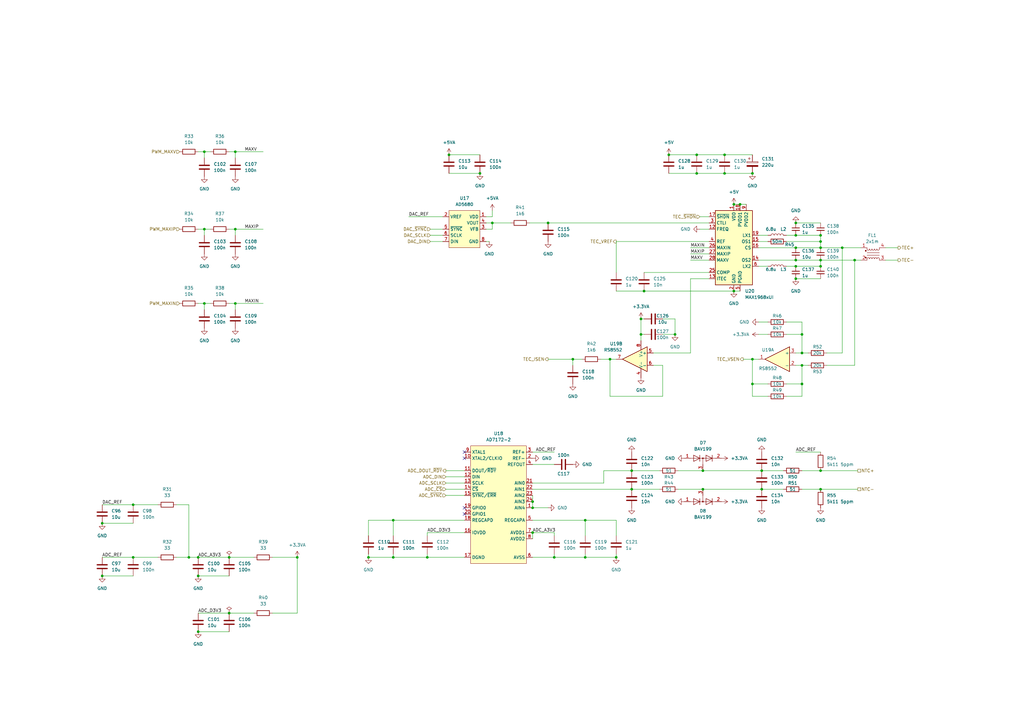
<source format=kicad_sch>
(kicad_sch (version 20211123) (generator eeschema)
  (paper "A3")
  (title_block (title "Kirdy") (date "2022-07-03") (rev "r0.1") (company "M-Labs") (comment 1 "Alex Wong Tat Hang"))
  (junction (at 300.99 119.38))
  (junction (at 350.52 106.68))
  (junction (at 297.18 63.5))
  (junction (at 274.32 63.5))
  (junction (at 326.39 106.68))
  (junction (at 201.93 91.44))
  (junction (at 252.73 228.6))
  (junction (at 96.52 62.23))
  (junction (at 326.39 109.22))
  (junction (at 308.61 147.32))
  (junction (at 161.29 213.36))
  (junction (at 234.95 147.32))
  (junction (at 83.82 62.23))
  (junction (at 336.55 96.52))
  (junction (at 41.91 214.63))
  (junction (at 81.28 259.08))
  (junction (at 121.92 228.6))
  (junction (at 303.53 83.82))
  (junction (at 218.44 218.44))
  (junction (at 328.93 149.86))
  (junction (at 336.55 193.04))
  (junction (at 218.44 208.28))
  (junction (at 161.29 228.6))
  (junction (at 326.39 101.6))
  (junction (at 308.61 71.12))
  (junction (at 93.98 251.46))
  (junction (at 336.55 99.06))
  (junction (at 224.79 91.44))
  (junction (at 326.39 96.52))
  (junction (at 262.89 137.16))
  (junction (at 285.75 71.12))
  (junction (at 300.99 83.82))
  (junction (at 308.61 157.48))
  (junction (at 326.39 114.3))
  (junction (at 250.19 147.32))
  (junction (at 83.82 93.98))
  (junction (at 81.28 228.6))
  (junction (at 83.82 124.46))
  (junction (at 175.26 228.6))
  (junction (at 259.08 193.04))
  (junction (at 81.28 236.22))
  (junction (at 93.98 228.6))
  (junction (at 54.61 228.6))
  (junction (at 336.55 109.22))
  (junction (at 218.44 205.74))
  (junction (at 184.15 63.5))
  (junction (at 240.03 228.6))
  (junction (at 345.44 101.6))
  (junction (at 259.08 200.66))
  (junction (at 336.55 101.6))
  (junction (at 328.93 137.16))
  (junction (at 96.52 93.98))
  (junction (at 227.33 228.6))
  (junction (at 96.52 124.46))
  (junction (at 41.91 236.22))
  (junction (at 312.42 193.04))
  (junction (at 328.93 157.48))
  (junction (at 288.29 193.04))
  (junction (at 196.85 71.12))
  (junction (at 336.55 200.66))
  (junction (at 262.89 130.81))
  (junction (at 240.03 213.36))
  (junction (at 288.29 200.66))
  (junction (at 328.93 144.78))
  (junction (at 151.13 228.6))
  (junction (at 264.16 119.38))
  (junction (at 77.47 228.6))
  (junction (at 276.86 137.16))
  (junction (at 336.55 106.68))
  (junction (at 285.75 63.5))
  (junction (at 297.18 71.12))
  (junction (at 312.42 200.66))
  (junction (at 54.61 207.01))
  (junction (at 326.39 91.44))
  (no_connect (at 190.5 185.42))
  (no_connect (at 190.5 187.96))
  (no_connect (at 190.5 208.28))
  (no_connect (at 190.5 210.82))
  (wire (pts (xy 274.32 63.5) (xy 285.75 63.5)))
  (wire (pts (xy 328.93 144.78) (xy 331.47 144.78)))
  (wire (pts (xy 218.44 205.74) (xy 218.44 208.28)))
  (wire (pts (xy 218.44 218.44) (xy 227.33 218.44)))
  (wire (pts (xy 224.79 147.32) (xy 234.95 147.32)))
  (wire (pts (xy 311.15 99.06) (xy 314.96 99.06)))
  (wire (pts (xy 308.61 147.32) (xy 311.15 147.32)))
  (wire (pts (xy 304.8 147.32) (xy 308.61 147.32)))
  (wire (pts (xy 41.91 236.22) (xy 54.61 236.22)))
  (wire (pts (xy 252.73 111.76) (xy 252.73 99.06)))
  (wire (pts (xy 182.88 203.2) (xy 190.5 203.2)))
  (wire (pts (xy 41.91 207.01) (xy 54.61 207.01)))
  (wire (pts (xy 311.15 101.6) (xy 326.39 101.6)))
  (wire (pts (xy 328.93 149.86) (xy 331.47 149.86)))
  (wire (pts (xy 182.88 195.58) (xy 190.5 195.58)))
  (wire (pts (xy 175.26 218.44) (xy 190.5 218.44)))
  (wire (pts (xy 252.73 119.38) (xy 264.16 119.38)))
  (wire (pts (xy 252.73 213.36) (xy 252.73 219.71)))
  (wire (pts (xy 259.08 200.66) (xy 270.51 200.66)))
  (wire (pts (xy 151.13 219.71) (xy 151.13 213.36)))
  (wire (pts (xy 336.55 109.22) (xy 326.39 109.22)))
  (wire (pts (xy 111.76 228.6) (xy 121.92 228.6)))
  (wire (pts (xy 93.98 251.46) (xy 104.14 251.46)))
  (wire (pts (xy 311.15 132.08) (xy 314.96 132.08)))
  (wire (pts (xy 326.39 96.52) (xy 322.58 96.52)))
  (wire (pts (xy 259.08 193.04) (xy 270.51 193.04)))
  (wire (pts (xy 199.39 93.98) (xy 201.93 93.98)))
  (wire (pts (xy 326.39 106.68) (xy 336.55 106.68)))
  (wire (pts (xy 297.18 63.5) (xy 308.61 63.5)))
  (wire (pts (xy 250.19 147.32) (xy 252.73 147.32)))
  (wire (pts (xy 285.75 71.12) (xy 297.18 71.12)))
  (wire (pts (xy 312.42 193.04) (xy 321.31 193.04)))
  (wire (pts (xy 264.16 119.38) (xy 300.99 119.38)))
  (wire (pts (xy 176.53 99.06) (xy 181.61 99.06)))
  (wire (pts (xy 322.58 157.48) (xy 328.93 157.48)))
  (wire (pts (xy 336.55 101.6) (xy 336.55 99.06)))
  (wire (pts (xy 300.99 83.82) (xy 303.53 83.82)))
  (wire (pts (xy 227.33 218.44) (xy 227.33 219.71)))
  (wire (pts (xy 83.82 93.98) (xy 86.36 93.98)))
  (wire (pts (xy 339.09 144.78) (xy 345.44 144.78)))
  (wire (pts (xy 271.78 162.56) (xy 271.78 149.86)))
  (wire (pts (xy 184.15 63.5) (xy 196.85 63.5)))
  (wire (pts (xy 218.44 213.36) (xy 240.03 213.36)))
  (wire (pts (xy 218.44 218.44) (xy 218.44 220.98)))
  (wire (pts (xy 151.13 213.36) (xy 161.29 213.36)))
  (wire (pts (xy 151.13 228.6) (xy 161.29 228.6)))
  (wire (pts (xy 350.52 106.68) (xy 350.52 149.86)))
  (wire (pts (xy 199.39 99.06) (xy 200.66 99.06)))
  (wire (pts (xy 96.52 124.46) (xy 96.52 127)))
  (wire (pts (xy 322.58 99.06) (xy 336.55 99.06)))
  (wire (pts (xy 287.02 88.9) (xy 290.83 88.9)))
  (wire (pts (xy 283.21 101.6) (xy 290.83 101.6)))
  (wire (pts (xy 363.22 101.6) (xy 368.3 101.6)))
  (wire (pts (xy 336.55 101.6) (xy 326.39 101.6)))
  (wire (pts (xy 176.53 96.52) (xy 181.61 96.52)))
  (wire (pts (xy 271.78 149.86) (xy 267.97 149.86)))
  (wire (pts (xy 182.88 193.04) (xy 190.5 193.04)))
  (wire (pts (xy 262.89 137.16) (xy 262.89 139.7)))
  (wire (pts (xy 336.55 99.06) (xy 336.55 96.52)))
  (wire (pts (xy 345.44 101.6) (xy 345.44 144.78)))
  (wire (pts (xy 326.39 144.78) (xy 328.93 144.78)))
  (wire (pts (xy 283.21 144.78) (xy 267.97 144.78)))
  (wire (pts (xy 247.65 198.12) (xy 247.65 193.04)))
  (wire (pts (xy 184.15 71.12) (xy 196.85 71.12)))
  (wire (pts (xy 234.95 149.86) (xy 234.95 147.32)))
  (wire (pts (xy 96.52 124.46) (xy 107.95 124.46)))
  (wire (pts (xy 240.03 213.36) (xy 252.73 213.36)))
  (wire (pts (xy 328.93 193.04) (xy 336.55 193.04)))
  (wire (pts (xy 182.88 198.12) (xy 190.5 198.12)))
  (wire (pts (xy 328.93 200.66) (xy 336.55 200.66)))
  (wire (pts (xy 199.39 88.9) (xy 201.93 88.9)))
  (wire (pts (xy 93.98 93.98) (xy 96.52 93.98)))
  (wire (pts (xy 264.16 130.81) (xy 262.89 130.81)))
  (wire (pts (xy 250.19 162.56) (xy 271.78 162.56)))
  (wire (pts (xy 322.58 132.08) (xy 328.93 132.08)))
  (wire (pts (xy 83.82 62.23) (xy 83.82 64.77)))
  (wire (pts (xy 161.29 227.33) (xy 161.29 228.6)))
  (wire (pts (xy 81.28 259.08) (xy 93.98 259.08)))
  (wire (pts (xy 288.29 200.66) (xy 312.42 200.66)))
  (wire (pts (xy 264.16 111.76) (xy 290.83 111.76)))
  (wire (pts (xy 167.64 88.9) (xy 181.61 88.9)))
  (wire (pts (xy 246.38 147.32) (xy 250.19 147.32)))
  (wire (pts (xy 54.61 228.6) (xy 64.77 228.6)))
  (wire (pts (xy 240.03 227.33) (xy 240.03 228.6)))
  (wire (pts (xy 201.93 88.9) (xy 201.93 86.36)))
  (wire (pts (xy 311.15 106.68) (xy 326.39 106.68)))
  (wire (pts (xy 234.95 147.32) (xy 238.76 147.32)))
  (wire (pts (xy 41.91 228.6) (xy 54.61 228.6)))
  (wire (pts (xy 83.82 124.46) (xy 83.82 127)))
  (wire (pts (xy 328.93 137.16) (xy 328.93 144.78)))
  (wire (pts (xy 175.26 228.6) (xy 190.5 228.6)))
  (wire (pts (xy 93.98 228.6) (xy 104.14 228.6)))
  (wire (pts (xy 218.44 190.5) (xy 227.33 190.5)))
  (wire (pts (xy 218.44 200.66) (xy 259.08 200.66)))
  (wire (pts (xy 278.13 200.66) (xy 288.29 200.66)))
  (wire (pts (xy 96.52 93.98) (xy 96.52 96.52)))
  (wire (pts (xy 311.15 137.16) (xy 314.96 137.16)))
  (wire (pts (xy 326.39 149.86) (xy 328.93 149.86)))
  (wire (pts (xy 308.61 157.48) (xy 308.61 162.56)))
  (wire (pts (xy 54.61 207.01) (xy 64.77 207.01)))
  (wire (pts (xy 72.39 207.01) (xy 77.47 207.01)))
  (wire (pts (xy 336.55 101.6) (xy 345.44 101.6)))
  (wire (pts (xy 326.39 114.3) (xy 336.55 114.3)))
  (wire (pts (xy 77.47 207.01) (xy 77.47 228.6)))
  (wire (pts (xy 218.44 208.28) (xy 224.79 208.28)))
  (wire (pts (xy 247.65 198.12) (xy 218.44 198.12)))
  (wire (pts (xy 252.73 227.33) (xy 252.73 228.6)))
  (wire (pts (xy 199.39 91.44) (xy 201.93 91.44)))
  (wire (pts (xy 328.93 162.56) (xy 328.93 157.48)))
  (wire (pts (xy 111.76 251.46) (xy 121.92 251.46)))
  (wire (pts (xy 83.82 93.98) (xy 83.82 96.52)))
  (wire (pts (xy 93.98 62.23) (xy 96.52 62.23)))
  (wire (pts (xy 224.79 91.44) (xy 290.83 91.44)))
  (wire (pts (xy 287.02 93.98) (xy 290.83 93.98)))
  (wire (pts (xy 322.58 137.16) (xy 328.93 137.16)))
  (wire (pts (xy 81.28 236.22) (xy 93.98 236.22)))
  (wire (pts (xy 276.86 130.81) (xy 276.86 137.16)))
  (wire (pts (xy 201.93 93.98) (xy 201.93 91.44)))
  (wire (pts (xy 218.44 185.42) (xy 227.33 185.42)))
  (wire (pts (xy 322.58 162.56) (xy 328.93 162.56)))
  (wire (pts (xy 328.93 132.08) (xy 328.93 137.16)))
  (wire (pts (xy 41.91 214.63) (xy 54.61 214.63)))
  (wire (pts (xy 176.53 93.98) (xy 181.61 93.98)))
  (wire (pts (xy 81.28 93.98) (xy 83.82 93.98)))
  (wire (pts (xy 81.28 228.6) (xy 93.98 228.6)))
  (wire (pts (xy 96.52 62.23) (xy 107.95 62.23)))
  (wire (pts (xy 175.26 227.33) (xy 175.26 228.6)))
  (wire (pts (xy 218.44 203.2) (xy 218.44 205.74)))
  (wire (pts (xy 77.47 228.6) (xy 81.28 228.6)))
  (wire (pts (xy 326.39 185.42) (xy 336.55 185.42)))
  (wire (pts (xy 121.92 251.46) (xy 121.92 228.6)))
  (wire (pts (xy 271.78 137.16) (xy 276.86 137.16)))
  (wire (pts (xy 311.15 96.52) (xy 314.96 96.52)))
  (wire (pts (xy 283.21 114.3) (xy 290.83 114.3)))
  (wire (pts (xy 96.52 93.98) (xy 107.95 93.98)))
  (wire (pts (xy 336.55 106.68) (xy 350.52 106.68)))
  (wire (pts (xy 81.28 62.23) (xy 83.82 62.23)))
  (wire (pts (xy 240.03 213.36) (xy 240.03 219.71)))
  (wire (pts (xy 264.16 137.16) (xy 262.89 137.16)))
  (wire (pts (xy 336.55 106.68) (xy 336.55 109.22)))
  (wire (pts (xy 217.17 91.44) (xy 224.79 91.44)))
  (wire (pts (xy 312.42 200.66) (xy 321.31 200.66)))
  (wire (pts (xy 274.32 71.12) (xy 285.75 71.12)))
  (wire (pts (xy 262.89 130.81) (xy 262.89 137.16)))
  (wire (pts (xy 250.19 147.32) (xy 250.19 162.56)))
  (wire (pts (xy 336.55 200.66) (xy 351.79 200.66)))
  (wire (pts (xy 285.75 63.5) (xy 297.18 63.5)))
  (wire (pts (xy 182.88 200.66) (xy 190.5 200.66)))
  (wire (pts (xy 288.29 193.04) (xy 312.42 193.04)))
  (wire (pts (xy 81.28 124.46) (xy 83.82 124.46)))
  (wire (pts (xy 303.53 83.82) (xy 306.07 83.82)))
  (wire (pts (xy 83.82 124.46) (xy 86.36 124.46)))
  (wire (pts (xy 350.52 106.68) (xy 353.06 106.68)))
  (wire (pts (xy 278.13 193.04) (xy 288.29 193.04)))
  (wire (pts (xy 283.21 114.3) (xy 283.21 144.78)))
  (wire (pts (xy 81.28 251.46) (xy 93.98 251.46)))
  (wire (pts (xy 326.39 96.52) (xy 336.55 96.52)))
  (wire (pts (xy 96.52 62.23) (xy 96.52 64.77)))
  (wire (pts (xy 345.44 101.6) (xy 353.06 101.6)))
  (wire (pts (xy 252.73 99.06) (xy 290.83 99.06)))
  (wire (pts (xy 363.22 106.68) (xy 368.3 106.68)))
  (wire (pts (xy 328.93 157.48) (xy 328.93 149.86)))
  (wire (pts (xy 314.96 157.48) (xy 308.61 157.48)))
  (wire (pts (xy 93.98 124.46) (xy 96.52 124.46)))
  (wire (pts (xy 227.33 227.33) (xy 227.33 228.6)))
  (wire (pts (xy 218.44 228.6) (xy 227.33 228.6)))
  (wire (pts (xy 300.99 119.38) (xy 303.53 119.38)))
  (wire (pts (xy 72.39 228.6) (xy 77.47 228.6)))
  (wire (pts (xy 161.29 228.6) (xy 175.26 228.6)))
  (wire (pts (xy 308.61 157.48) (xy 308.61 147.32)))
  (wire (pts (xy 271.78 130.81) (xy 276.86 130.81)))
  (wire (pts (xy 201.93 91.44) (xy 209.55 91.44)))
  (wire (pts (xy 308.61 162.56) (xy 314.96 162.56)))
  (wire (pts (xy 247.65 193.04) (xy 259.08 193.04)))
  (wire (pts (xy 83.82 62.23) (xy 86.36 62.23)))
  (wire (pts (xy 336.55 193.04) (xy 351.79 193.04)))
  (wire (pts (xy 161.29 213.36) (xy 161.29 219.71)))
  (wire (pts (xy 326.39 91.44) (xy 336.55 91.44)))
  (wire (pts (xy 311.15 109.22) (xy 314.96 109.22)))
  (wire (pts (xy 227.33 228.6) (xy 240.03 228.6)))
  (wire (pts (xy 322.58 109.22) (xy 326.39 109.22)))
  (wire (pts (xy 339.09 149.86) (xy 350.52 149.86)))
  (wire (pts (xy 297.18 71.12) (xy 308.61 71.12)))
  (wire (pts (xy 161.29 213.36) (xy 190.5 213.36)))
  (wire (pts (xy 283.21 104.14) (xy 290.83 104.14)))
  (wire (pts (xy 283.21 106.68) (xy 290.83 106.68)))
  (wire (pts (xy 240.03 228.6) (xy 252.73 228.6)))
  (wire (pts (xy 151.13 227.33) (xy 151.13 228.6)))
  (wire (pts (xy 175.26 218.44) (xy 175.26 219.71)))
  (label "DAC_REF" (at 167.64 88.9 0))
  (label "ADC_D3V3" (at 175.26 218.44 0))
  (label "MAXV" (at 100.33 62.23 0))
  (label "MAXIN" (at 100.33 124.46 0))
  (label "ADC_REF" (at 41.91 228.6 0))
  (label "MAXIN" (at 283.21 101.6 0))
  (label "ADC_A3V3" (at 81.28 228.6 0))
  (label "MAXV" (at 283.21 106.68 0))
  (label "DAC_REF" (at 41.91 207.01 0))
  (label "MAXIP" (at 100.33 93.98 0))
  (label "ADC_REF" (at 326.39 185.42 0))
  (label "ADC_D3V3" (at 81.28 251.46 0))
  (label "ADC_REF" (at 219.71 185.42 0))
  (label "ADC_A3V3" (at 218.44 218.44 0))
  (label "MAXIP" (at 283.21 104.14 0))
  (hierarchical_label "ADC_DOUT_~{RDY}" (shape output) (at 182.88 193.04 180))
  (hierarchical_label "TEC+" (shape output) (at 368.3 101.6 0))
  (hierarchical_label "PWM_MAXIP" (shape input) (at 73.66 93.98 180))
  (hierarchical_label "DAC_DIN" (shape input) (at 176.53 99.06 180))
  (hierarchical_label "PWM_MAXIN" (shape input) (at 73.66 124.46 180))
  (hierarchical_label "TEC_VREF" (shape output) (at 252.73 99.06 180))
  (hierarchical_label "TEC_~{SHDN}" (shape input) (at 287.02 88.9 180))
  (hierarchical_label "DAC_SCLK" (shape input) (at 176.53 96.52 180))
  (hierarchical_label "TEC_ISEN" (shape output) (at 224.79 147.32 180))
  (hierarchical_label "ADC_~{CS}" (shape input) (at 182.88 200.66 180))
  (hierarchical_label "NTC-" (shape passive) (at 351.79 200.66 0))
  (hierarchical_label "ADC_DIN" (shape input) (at 182.88 195.58 180))
  (hierarchical_label "NTC+" (shape passive) (at 351.79 193.04 0))
  (hierarchical_label "TEC-" (shape output) (at 368.3 106.68 0))
  (hierarchical_label "PWM_MAXV" (shape input) (at 73.66 62.23 180))
  (hierarchical_label "ADC_SCLK" (shape input) (at 182.88 198.12 180))
  (hierarchical_label "TEC_VSEN" (shape output) (at 304.8 147.32 180))
  (hierarchical_label "ADC_~{SYNC}" (shape input) (at 182.88 203.2 180))
  (hierarchical_label "DAC_~{SYNC}" (shape input) (at 176.53 93.98 180))
  (symbol (lib_id "power:GND") (at 81.28 236.22 0) (unit 1)
    (property "Reference" "#PWR084" (effects hide))
    (property "Value" "GND" (at 81.28 241.3 0))
  )
  (symbol (lib_id "Device:C") (at 240.03 223.52 0) (unit 1)
    (property "Reference" "C119" (at 243.84 222.2499 0) (effects (justify left)))
    (property "Value" "100n" (at 243.84 224.7899 0) (effects (justify left)))
    (property "Footprint" "Capacitor_SMD:C_0603_1608Metric" (effects hide))
    (property "MFR_PN" "CL10B104KB8NNWC" (effects hide))
    (property "MFR_PN_ALT" "CL10B104KB8NNNL" (effects hide))
  )
  (symbol (lib_id "Device:C") (at 175.26 223.52 0) (unit 1)
    (property "Reference" "C112" (at 179.07 222.2499 0) (effects (justify left)))
    (property "Value" "100n" (at 179.07 224.7899 0) (effects (justify left)))
    (property "Footprint" "Capacitor_SMD:C_0603_1608Metric" (effects hide))
    (property "MFR_PN" "CL10B104KB8NNWC" (effects hide))
    (property "MFR_PN_ALT" "CL10B104KB8NNNL" (effects hide))
  )
  (symbol (lib_id "kirdy:AD5680") (at 190.5 101.6 0) (unit 1)
    (property "Reference" "U17" (at 190.5 81.28 0))
    (property "Value" "AD5680" (at 190.5 83.82 0))
    (property "Footprint" "Package_TO_SOT_SMD:SOT-23-8" (effects hide))
    (property "Datasheet" "https://www.analog.com/media/en/technical-documentation/data-sheets/ad5680.pdf" (effects hide))
    (property "MFR_PN" "AD5680BRJZ" (effects hide))
  )
  (symbol (lib_id "power:GND") (at 41.91 236.22 0) (unit 1)
    (property "Reference" "#PWR083" (effects hide))
    (property "Value" "GND" (at 41.91 241.3 0))
  )
  (symbol (lib_id "power:GND") (at 200.66 99.06 0) (unit 1)
    (property "Reference" "#PWR096" (effects hide))
    (property "Value" "GND" (at 200.66 104.14 0))
  )
  (symbol (lib_id "Device:C") (at 81.28 255.27 0) (unit 1)
    (property "Reference" "C101" (at 85.09 253.9999 0) (effects (justify left)))
    (property "Value" "10u" (at 85.09 256.5399 0) (effects (justify left)))
    (property "Footprint" "Capacitor_SMD:C_0805_2012Metric" (effects hide))
    (property "MFR_PN" "CL21B106KOQNNNG" (effects hide))
    (property "MFR_PN_ALT" "CL21B106KOQNNNE" (effects hide))
  )
  (symbol (lib_id "Device:R") (at 318.77 99.06 90) (unit 1)
    (property "Reference" "R45" (at 323.85 100.33 90))
    (property "Value" "50m" (at 318.77 99.06 90))
    (property "Footprint" "Resistor_SMD:R_2010_5025Metric" (effects hide))
    (property "MFR_PN" "WSL2010R5000FEA18" (effects hide))
    (property "MFR_PN_ALT" "WSLT2010R5000FEA18" (effects hide))
  )
  (symbol (lib_id "Device:C") (at 252.73 223.52 0) (unit 1)
    (property "Reference" "C121" (at 256.54 222.2499 0) (effects (justify left)))
    (property "Value" "1u" (at 256.54 224.7899 0) (effects (justify left)))
    (property "Footprint" "Capacitor_SMD:C_0603_1608Metric" (effects hide))
    (property "MFR_PN" "CL10B105KA8NNNC" (effects hide))
    (property "MFR_PN_ALT" "CGA3E1X7R1E105K080AC" (effects hide))
  )
  (symbol (lib_id "power:+3.3VA") (at 121.92 228.6 0) (unit 1)
    (property "Reference" "#PWR092" (effects hide))
    (property "Value" "+3.3VA" (at 121.92 223.52 0))
  )
  (symbol (lib_id "power:+5V") (at 274.32 63.5 0) (unit 1)
    (property "Reference" "#PWR0108" (effects hide))
    (property "Value" "+5V" (at 274.32 58.42 0))
  )
  (symbol (lib_id "Device:R") (at 107.95 251.46 90) (unit 1)
    (property "Reference" "R40" (at 107.95 245.11 90))
    (property "Value" "33" (at 107.95 247.65 90))
    (property "Footprint" "Resistor_SMD:R_0603_1608Metric" (effects hide))
    (property "MFR_PN" "RC0603FR-0733RL" (effects hide))
    (property "MFR_PN_ALT" "CRGCQ0603F33R" (effects hide))
  )
  (symbol (lib_id "Device:Filter_EMI_LL_1423") (at 358.14 104.14 0) (mirror x) (unit 1)
    (property "Reference" "FL1" (at 357.759 96.52 0))
    (property "Value" "2x1m" (at 357.759 99.06 0))
    (property "Footprint" "Inductor_SMD:L_CommonModeChoke_Wuerth_WE-SL5" (effects hide))
    (property "MFR_PN" "744273501" (effects hide))
  )
  (symbol (lib_id "Device:R") (at 318.77 132.08 90) (unit 1)
    (property "Reference" "R46" (at 318.77 129.54 90))
    (property "Value" "10k" (at 318.77 132.08 90))
    (property "Footprint" "Resistor_SMD:R_0603_1608Metric" (effects hide))
    (property "MFR_PN" "RNCP0603FTD10K0" (effects hide))
    (property "MFR_PN_ALT" "RMCF0603FT10K0" (effects hide))
  )
  (symbol (lib_id "power:GND") (at 83.82 104.14 0) (unit 1)
    (property "Reference" "#PWR087" (effects hide))
    (property "Value" "GND" (at 83.82 109.22 0))
  )
  (symbol (lib_id "Device:R") (at 90.17 62.23 90) (unit 1)
    (property "Reference" "R36" (at 90.17 55.88 90))
    (property "Value" "10k" (at 90.17 58.42 90))
    (property "Footprint" "Resistor_SMD:R_0603_1608Metric" (effects hide))
    (property "MFR_PN" "RNCP0603FTD10K0" (effects hide))
    (property "MFR_PN_ALT" "RMCF0603FT10K0" (effects hide))
  )
  (symbol (lib_id "Device:R") (at 274.32 193.04 90) (unit 1)
    (property "Reference" "R43" (at 274.32 195.58 90))
    (property "Value" "51" (at 274.32 193.04 90))
    (property "Footprint" "Resistor_SMD:R_0603_1608Metric" (effects hide))
    (property "MFR_PN" "ESR03EZPF51R0" (effects hide))
    (property "MFR_PN_ALT" "RMCF0603FT51R0" (effects hide))
  )
  (symbol (lib_id "kirdy:RS8552") (at 260.35 147.32 0) (mirror y) (unit 3)
    (property "Reference" "U19" (effects hide))
    (property "Value" "RS8552" (effects hide))
    (property "Footprint" "Package_SO:SOIC-8_3.9x4.9mm_P1.27mm" (effects hide))
    (property "Datasheet" "https://datasheet.lcsc.com/lcsc/2010160333_Jiangsu-RUNIC-Tech-RS8554XP_C236997.pdf" (effects hide))
    (property "MFR_PN" "RS8552XK" (effects hide))
  )
  (symbol (lib_id "power:GND") (at 308.61 71.12 0) (unit 1)
    (property "Reference" "#PWR0117" (effects hide))
    (property "Value" "GND" (at 308.61 76.2 0))
  )
  (symbol (lib_id "Device:R") (at 325.12 193.04 90) (unit 1)
    (property "Reference" "R50" (at 325.12 195.58 90))
    (property "Value" "51" (at 325.12 193.04 90))
    (property "Footprint" "Resistor_SMD:R_0603_1608Metric" (effects hide))
    (property "MFR_PN" "ESR03EZPF51R0" (effects hide))
    (property "MFR_PN_ALT" "RMCF0603FT51R0" (effects hide))
  )
  (symbol (lib_id "power:GND") (at 311.15 132.08 270) (unit 1)
    (property "Reference" "#PWR0118" (effects hide))
    (property "Value" "GND" (at 307.34 132.0799 90) (effects (justify right)))
  )
  (symbol (lib_id "Device:R") (at 274.32 200.66 90) (unit 1)
    (property "Reference" "R44" (at 274.32 198.12 90))
    (property "Value" "51" (at 274.32 200.66 90))
    (property "Footprint" "Resistor_SMD:R_0603_1608Metric" (effects hide))
    (property "MFR_PN" "ESR03EZPF51R0" (effects hide))
    (property "MFR_PN_ALT" "RMCF0603FT51R0" (effects hide))
  )
  (symbol (lib_id "kirdy:AD7172-2") (at 204.47 209.55 0) (mirror y) (unit 1)
    (property "Reference" "U18" (at 204.47 177.8 0))
    (property "Value" "AD7172-2" (at 204.47 180.34 0))
    (property "Footprint" "Package_SO:TSSOP-24_4.4x7.8mm_P0.65mm" (effects hide))
    (property "Datasheet" "https://www.analog.com/media/en/technical-documentation/data-sheets/ad7172-2.pdf" (effects hide))
    (property "MFR_PN" "AD7172-2BRUZ" (effects hide))
  )
  (symbol (lib_id "Device:C") (at 93.98 232.41 0) (unit 1)
    (property "Reference" "C105" (at 97.79 231.1399 0) (effects (justify left)))
    (property "Value" "100n" (at 97.79 233.6799 0) (effects (justify left)))
    (property "Footprint" "Capacitor_SMD:C_0603_1608Metric" (effects hide))
    (property "MFR_PN" "CL10B104KB8NNWC" (effects hide))
    (property "MFR_PN_ALT" "CL10B104KB8NNNL" (effects hide))
  )
  (symbol (lib_id "power:GND") (at 83.82 134.62 0) (unit 1)
    (property "Reference" "#PWR088" (effects hide))
    (property "Value" "GND" (at 83.82 139.7 0))
  )
  (symbol (lib_id "Device:L") (at 318.77 109.22 90) (unit 1)
    (property "Reference" "L3" (at 321.31 110.49 90))
    (property "Value" "6.8u" (at 316.23 110.49 90))
    (property "Footprint" "Inductor_SMD:L_Wuerth_MAPI-4030" (effects hide))
    (property "MFR_PN" "74438357068" (effects hide))
  )
  (symbol (lib_id "power:GND") (at 234.95 190.5 90) (unit 1)
    (property "Reference" "#PWR0102" (effects hide))
    (property "Value" "GND" (at 238.76 190.4999 90) (effects (justify right)))
  )
  (symbol (lib_id "Device:R") (at 77.47 93.98 90) (unit 1)
    (property "Reference" "R34" (at 77.47 87.63 90))
    (property "Value" "10k" (at 77.47 90.17 90))
    (property "Footprint" "Resistor_SMD:R_0603_1608Metric" (effects hide))
    (property "MFR_PN" "RNCP0603FTD10K0" (effects hide))
    (property "MFR_PN_ALT" "RMCF0603FT10K0" (effects hide))
  )
  (symbol (lib_id "Device:R") (at 325.12 200.66 90) (unit 1)
    (property "Reference" "R51" (at 325.12 198.12 90))
    (property "Value" "51" (at 325.12 200.66 90))
    (property "Footprint" "Resistor_SMD:R_0603_1608Metric" (effects hide))
    (property "MFR_PN" "ESR03EZPF51R0" (effects hide))
    (property "MFR_PN_ALT" "RMCF0603FT51R0" (effects hide))
  )
  (symbol (lib_id "Device:C") (at 41.91 232.41 0) (unit 1)
    (property "Reference" "C97" (at 45.72 231.1399 0) (effects (justify left)))
    (property "Value" "10u" (at 45.72 233.6799 0) (effects (justify left)))
    (property "Footprint" "Capacitor_SMD:C_0805_2012Metric" (effects hide))
    (property "MFR_PN" "CL21B106KOQNNNG" (effects hide))
    (property "MFR_PN_ALT" "CL21B106KOQNNNE" (effects hide))
  )
  (symbol (lib_id "Device:C") (at 259.08 196.85 0) (unit 1)
    (property "Reference" "C123" (at 262.89 195.5799 0) (effects (justify left)))
    (property "Value" "100n" (at 262.89 198.1199 0) (effects (justify left)))
    (property "Footprint" "Capacitor_SMD:C_0603_1608Metric" (effects hide))
    (property "MFR_PN" "CL10B104KB8NNWC" (effects hide))
    (property "MFR_PN_ALT" "CL10B104KB8NNNL" (effects hide))
  )
  (symbol (lib_id "power:GND") (at 96.52 72.39 0) (unit 1)
    (property "Reference" "#PWR089" (effects hide))
    (property "Value" "GND" (at 96.52 77.47 0))
  )
  (symbol (lib_id "Device:C") (at 297.18 67.31 0) (unit 1)
    (property "Reference" "C130" (at 300.99 66.0399 0) (effects (justify left)))
    (property "Value" "1u" (at 300.99 68.5799 0) (effects (justify left)))
    (property "Footprint" "Capacitor_SMD:C_0603_1608Metric" (effects hide))
    (property "MFR_PN" "CL10B105KA8NNNC" (effects hide))
    (property "MFR_PN_ALT" "CGA3E1X7R1E105K080AC" (effects hide))
  )
  (symbol (lib_id "Device:C") (at 285.75 67.31 0) (unit 1)
    (property "Reference" "C129" (at 289.56 66.0399 0) (effects (justify left)))
    (property "Value" "1u" (at 289.56 68.5799 0) (effects (justify left)))
    (property "Footprint" "Capacitor_SMD:C_0603_1608Metric" (effects hide))
    (property "MFR_PN" "CL10B105KA8NNNC" (effects hide))
    (property "MFR_PN_ALT" "CGA3E1X7R1E105K080AC" (effects hide))
  )
  (symbol (lib_id "Device:C") (at 41.91 210.82 0) (unit 1)
    (property "Reference" "C96" (at 45.72 209.5499 0) (effects (justify left)))
    (property "Value" "10u" (at 45.72 212.0899 0) (effects (justify left)))
    (property "Footprint" "Capacitor_SMD:C_0805_2012Metric" (effects hide))
    (property "MFR_PN" "CL21B106KOQNNNG" (effects hide))
    (property "MFR_PN_ALT" "CL21B106KOQNNNE" (effects hide))
  )
  (symbol (lib_id "Device:C") (at 267.97 137.16 90) (unit 1)
    (property "Reference" "C127" (at 271.78 135.89 90))
    (property "Value" "100n" (at 271.78 138.43 90))
    (property "Footprint" "Capacitor_SMD:C_0603_1608Metric" (effects hide))
    (property "MFR_PN" "CL10B104KB8NNWC" (effects hide))
    (property "MFR_PN_ALT" "CL10B104KB8NNNL" (effects hide))
  )
  (symbol (lib_id "Device:C_Small") (at 326.39 104.14 0) (unit 1)
    (property "Reference" "C136" (at 328.93 102.8762 0) (effects (justify left)))
    (property "Value" "10u" (at 328.93 105.4162 0) (effects (justify left)))
    (property "Footprint" "Capacitor_SMD:C_0805_2012Metric" (effects hide))
    (property "MFR_PN" "CL21B106KOQNNNG" (effects hide))
    (property "MFR_PN_ALT" "CL21B106KOQNNNE" (effects hide))
  )
  (symbol (lib_id "power:GND") (at 224.79 208.28 90) (unit 1)
    (property "Reference" "#PWR0100" (effects hide))
    (property "Value" "GND" (at 228.6 208.2799 90) (effects (justify right)))
  )
  (symbol (lib_id "Device:C") (at 96.52 130.81 0) (unit 1)
    (property "Reference" "C109" (at 100.33 129.5399 0) (effects (justify left)))
    (property "Value" "100n" (at 100.33 132.0799 0) (effects (justify left)))
    (property "Footprint" "Capacitor_SMD:C_0603_1608Metric" (effects hide))
    (property "MFR_PN" "CL10B104KB8NNWC" (effects hide))
    (property "MFR_PN_ALT" "CL10B104KB8NNNL" (effects hide))
  )
  (symbol (lib_id "Device:R") (at 242.57 147.32 90) (unit 1)
    (property "Reference" "R42" (at 242.57 140.97 90))
    (property "Value" "1k6" (at 242.57 143.51 90))
    (property "Footprint" "Resistor_SMD:R_0603_1608Metric" (effects hide))
    (property "MFR_PN" "RT0603FRE071K6L" (effects hide))
    (property "MFR_PN_ALT" "RMCF0603FT1K60" (effects hide))
  )
  (symbol (lib_id "Device:R") (at 90.17 93.98 90) (unit 1)
    (property "Reference" "R37" (at 90.17 87.63 90))
    (property "Value" "10k" (at 90.17 90.17 90))
    (property "Footprint" "Resistor_SMD:R_0603_1608Metric" (effects hide))
    (property "MFR_PN" "RNCP0603FTD10K0" (effects hide))
    (property "MFR_PN_ALT" "RMCF0603FT10K0" (effects hide))
  )
  (symbol (lib_id "Device:R") (at 336.55 189.23 0) (unit 1)
    (property "Reference" "R54" (at 339.09 187.9599 0) (effects (justify left)))
    (property "Value" "5k11 5ppm" (at 339.09 190.4999 0) (effects (justify left)))
    (property "Footprint" "Resistor_SMD:R_0603_1608Metric" (effects hide))
    (property "MFR_PN" "RN73H1JTTD5111A05" (effects hide))
    (property "MFR_PN_ALT" "TNPU06035K11BZEN00" (effects hide))
  )
  (symbol (lib_id "power:GND") (at 224.79 99.06 0) (unit 1)
    (property "Reference" "#PWR099" (effects hide))
    (property "Value" "GND" (at 224.79 104.14 0))
  )
  (symbol (lib_id "Device:C") (at 312.42 204.47 0) (unit 1)
    (property "Reference" "C134" (at 316.23 203.1999 0) (effects (justify left)))
    (property "Value" "10n" (at 316.23 205.7399 0) (effects (justify left)))
    (property "Footprint" "Capacitor_SMD:C_0603_1608Metric" (effects hide))
    (property "MFR_PN" "0603B103K500CT" (effects hide))
    (property "MFR_PN_ALT" "CL10B103KB8NNNC" (effects hide))
  )
  (symbol (lib_id "Device:C") (at 252.73 115.57 0) (unit 1)
    (property "Reference" "C120" (at 256.54 114.2999 0) (effects (justify left)))
    (property "Value" "1u" (at 256.54 116.8399 0) (effects (justify left)))
    (property "Footprint" "Capacitor_SMD:C_0603_1608Metric" (effects hide))
    (property "MFR_PN" "CL10B105KA8NNNC" (effects hide))
    (property "MFR_PN_ALT" "CGA3E1X7R1E105K080AC" (effects hide))
  )
  (symbol (lib_id "Device:C") (at 274.32 67.31 0) (unit 1)
    (property "Reference" "C128" (at 278.13 66.0399 0) (effects (justify left)))
    (property "Value" "1u" (at 278.13 68.5799 0) (effects (justify left)))
    (property "Footprint" "Capacitor_SMD:C_0603_1608Metric" (effects hide))
    (property "MFR_PN" "CL10B105KA8NNNC" (effects hide))
    (property "MFR_PN_ALT" "CGA3E1X7R1E105K080AC" (effects hide))
  )
  (symbol (lib_id "Device:C_Small") (at 326.39 111.76 0) (unit 1)
    (property "Reference" "C137" (at 328.93 110.4962 0) (effects (justify left)))
    (property "Value" "1u" (at 328.93 113.0362 0) (effects (justify left)))
    (property "Footprint" "Capacitor_SMD:C_0603_1608Metric" (effects hide))
    (property "MFR_PN" "CL10B105KA8NNNC" (effects hide))
    (property "MFR_PN_ALT" "CGA3E1X7R1E105K080AC" (effects hide))
  )
  (symbol (lib_id "Device:C") (at 184.15 67.31 0) (unit 1)
    (property "Reference" "C113" (at 187.96 66.0399 0) (effects (justify left)))
    (property "Value" "10u" (at 187.96 68.5799 0) (effects (justify left)))
    (property "Footprint" "Capacitor_SMD:C_0805_2012Metric" (effects hide))
    (property "MFR_PN" "CL21B106KOQNNNG" (effects hide))
    (property "MFR_PN_ALT" "CL21B106KOQNNNE" (effects hide))
  )
  (symbol (lib_id "power:GND") (at 252.73 228.6 0) (unit 1)
    (property "Reference" "#PWR0103" (effects hide))
    (property "Value" "GND" (at 252.73 233.68 0))
  )
  (symbol (lib_id "power:GND") (at 83.82 72.39 0) (unit 1)
    (property "Reference" "#PWR086" (effects hide))
    (property "Value" "GND" (at 83.82 77.47 0))
  )
  (symbol (lib_id "power:GND") (at 196.85 71.12 0) (unit 1)
    (property "Reference" "#PWR095" (effects hide))
    (property "Value" "GND" (at 196.85 76.2 0))
  )
  (symbol (lib_id "Device:R") (at 77.47 62.23 90) (unit 1)
    (property "Reference" "R33" (at 77.47 55.88 90))
    (property "Value" "10k" (at 77.47 58.42 90))
    (property "Footprint" "Resistor_SMD:R_0603_1608Metric" (effects hide))
    (property "MFR_PN" "RNCP0603FTD10K0" (effects hide))
    (property "MFR_PN_ALT" "RMCF0603FT10K0" (effects hide))
  )
  (symbol (lib_id "Device:C") (at 151.13 223.52 0) (unit 1)
    (property "Reference" "C110" (at 154.94 222.2499 0) (effects (justify left)))
    (property "Value" "1u" (at 154.94 224.7899 0) (effects (justify left)))
    (property "Footprint" "Capacitor_SMD:C_0603_1608Metric" (effects hide))
    (property "MFR_PN" "CL10B105KA8NNNC" (effects hide))
    (property "MFR_PN_ALT" "CGA3E1X7R1E105K080AC" (effects hide))
  )
  (symbol (lib_id "Device:R") (at 213.36 91.44 90) (unit 1)
    (property "Reference" "R41" (at 213.36 85.09 90))
    (property "Value" "1k6" (at 213.36 87.63 90))
    (property "Footprint" "Resistor_SMD:R_0603_1608Metric" (effects hide))
    (property "MFR_PN" "RT0603FRE071K6L" (effects hide))
    (property "MFR_PN_ALT" "RMCF0603FT1K60" (effects hide))
  )
  (symbol (lib_id "power:GND") (at 280.67 187.96 270) (unit 1)
    (property "Reference" "#PWR0110" (effects hide))
    (property "Value" "GND" (at 276.86 187.9599 90) (effects (justify right)))
  )
  (symbol (lib_id "Device:R") (at 68.58 207.01 90) (unit 1)
    (property "Reference" "R31" (at 68.58 200.66 90))
    (property "Value" "33" (at 68.58 203.2 90))
    (property "Footprint" "Resistor_SMD:R_0603_1608Metric" (effects hide))
    (property "MFR_PN" "RC0603FR-0733RL" (effects hide))
    (property "MFR_PN_ALT" "CRGCQ0603F33R" (effects hide))
  )
  (symbol (lib_id "Device:C") (at 96.52 68.58 0) (unit 1)
    (property "Reference" "C107" (at 100.33 67.3099 0) (effects (justify left)))
    (property "Value" "100n" (at 100.33 69.8499 0) (effects (justify left)))
    (property "Footprint" "Capacitor_SMD:C_0603_1608Metric" (effects hide))
    (property "MFR_PN" "CL10B104KB8NNWC" (effects hide))
    (property "MFR_PN_ALT" "CL10B104KB8NNNL" (effects hide))
  )
  (symbol (lib_id "Device:R") (at 336.55 204.47 0) (unit 1)
    (property "Reference" "R55" (at 339.09 203.1999 0) (effects (justify left)))
    (property "Value" "5k11 5ppm" (at 339.09 205.7399 0) (effects (justify left)))
    (property "Footprint" "Resistor_SMD:R_0603_1608Metric" (effects hide))
    (property "MFR_PN" "RN73H1JTTD5111A05" (effects hide))
    (property "MFR_PN_ALT" "TNPU06035K11BZEN00" (effects hide))
  )
  (symbol (lib_id "Device:C") (at 81.28 232.41 0) (unit 1)
    (property "Reference" "C100" (at 85.09 231.1399 0) (effects (justify left)))
    (property "Value" "10u" (at 85.09 233.6799 0) (effects (justify left)))
    (property "Footprint" "Capacitor_SMD:C_0805_2012Metric" (effects hide))
    (property "MFR_PN" "CL21B106KOQNNNG" (effects hide))
    (property "MFR_PN_ALT" "CL21B106KOQNNNE" (effects hide))
  )
  (symbol (lib_id "Device:C") (at 196.85 67.31 0) (unit 1)
    (property "Reference" "C114" (at 200.66 66.0399 0) (effects (justify left)))
    (property "Value" "100n" (at 200.66 68.5799 0) (effects (justify left)))
    (property "Footprint" "Capacitor_SMD:C_0603_1608Metric" (effects hide))
    (property "MFR_PN" "CL10B104KB8NNWC" (effects hide))
    (property "MFR_PN_ALT" "CL10B104KB8NNNL" (effects hide))
  )
  (symbol (lib_id "power:+3.3VA") (at 262.89 130.81 0) (unit 1)
    (property "Reference" "#PWR0106" (effects hide))
    (property "Value" "+3.3VA" (at 262.89 125.73 0))
  )
  (symbol (lib_id "power:GND") (at 234.95 157.48 0) (unit 1)
    (property "Reference" "#PWR0101" (effects hide))
    (property "Value" "GND" (at 234.95 162.56 0))
  )
  (symbol (lib_id "Device:C_Small") (at 326.39 93.98 0) (unit 1)
    (property "Reference" "C135" (at 328.93 92.7162 0) (effects (justify left)))
    (property "Value" "1u" (at 328.93 95.2562 0) (effects (justify left)))
    (property "Footprint" "Capacitor_SMD:C_0603_1608Metric" (effects hide))
    (property "MFR_PN" "CL10B105KA8NNNC" (effects hide))
    (property "MFR_PN_ALT" "CGA3E1X7R1E105K080AC" (effects hide))
  )
  (symbol (lib_id "Device:C") (at 83.82 68.58 0) (unit 1)
    (property "Reference" "C102" (at 87.63 67.3099 0) (effects (justify left)))
    (property "Value" "100n" (at 87.63 69.8499 0) (effects (justify left)))
    (property "Footprint" "Capacitor_SMD:C_0603_1608Metric" (effects hide))
    (property "MFR_PN" "CL10B104KB8NNWC" (effects hide))
    (property "MFR_PN_ALT" "CL10B104KB8NNNL" (effects hide))
  )
  (symbol (lib_id "Device:L") (at 318.77 96.52 90) (unit 1)
    (property "Reference" "L2" (at 321.31 93.98 90))
    (property "Value" "6.8u" (at 316.23 93.98 90))
    (property "Footprint" "Inductor_SMD:L_Wuerth_MAPI-4030" (effects hide))
    (property "MFR_PN" "74438357068" (effects hide))
  )
  (symbol (lib_id "Device:C") (at 234.95 153.67 0) (unit 1)
    (property "Reference" "C118" (at 238.76 152.3999 0) (effects (justify left)))
    (property "Value" "100n" (at 238.76 154.9399 0) (effects (justify left)))
    (property "Footprint" "Capacitor_SMD:C_0603_1608Metric" (effects hide))
    (property "MFR_PN" "CL10B104KB8NNWC" (effects hide))
    (property "MFR_PN_ALT" "CL10B104KB8NNNL" (effects hide))
  )
  (symbol (lib_id "Device:C") (at 83.82 100.33 0) (unit 1)
    (property "Reference" "C103" (at 87.63 99.0599 0) (effects (justify left)))
    (property "Value" "100n" (at 87.63 101.5999 0) (effects (justify left)))
    (property "Footprint" "Capacitor_SMD:C_0603_1608Metric" (effects hide))
    (property "MFR_PN" "CL10B104KB8NNWC" (effects hide))
    (property "MFR_PN_ALT" "CL10B104KB8NNNL" (effects hide))
  )
  (symbol (lib_id "Diode:BAV99") (at 288.29 205.74 0) (mirror x) (unit 1)
    (property "Reference" "D8" (at 288.29 209.55 0))
    (property "Value" "BAV199" (at 288.29 212.09 0))
    (property "Footprint" "Package_TO_SOT_SMD:SOT-23" (effects hide))
    (property "Datasheet" "https://assets.nexperia.com/documents/data-sheet/BAV99_SER.pdf" (effects hide))
    (property "MFR_PN" "BAV199W-7" (effects hide))
    (property "MFR_PN_ALT" "BAV199E6327HTSA1" (effects hide))
  )
  (symbol (lib_id "Device:R") (at 335.28 144.78 90) (unit 1)
    (property "Reference" "R52" (at 335.28 142.24 90))
    (property "Value" "20k" (at 335.28 144.78 90))
    (property "Footprint" "Resistor_SMD:R_0603_1608Metric" (effects hide))
    (property "MFR_PN" "RMCF0603FT20K0" (effects hide))
    (property "MFR_PN_ALT" "RC0603FR-0720KL" (effects hide))
  )
  (symbol (lib_id "power:+5V") (at 300.99 83.82 0) (unit 1)
    (property "Reference" "#PWR0115" (effects hide))
    (property "Value" "+5V" (at 300.99 78.74 0))
  )
  (symbol (lib_id "Device:C") (at 93.98 255.27 0) (unit 1)
    (property "Reference" "C106" (at 97.79 253.9999 0) (effects (justify left)))
    (property "Value" "100n" (at 97.79 256.5399 0) (effects (justify left)))
    (property "Footprint" "Capacitor_SMD:C_0603_1608Metric" (effects hide))
    (property "MFR_PN" "CL10B104KB8NNWC" (effects hide))
    (property "MFR_PN_ALT" "CL10B104KB8NNNL" (effects hide))
  )
  (symbol (lib_id "power:GND") (at 218.44 187.96 90) (unit 1)
    (property "Reference" "#PWR098" (effects hide))
    (property "Value" "GND" (at 222.25 187.9599 90) (effects (justify right)))
  )
  (symbol (lib_id "power:+3.3VA") (at 311.15 137.16 90) (unit 1)
    (property "Reference" "#PWR0119" (effects hide))
    (property "Value" "+3.3VA" (at 307.34 137.1599 90) (effects (justify left)))
  )
  (symbol (lib_id "Device:C") (at 312.42 196.85 0) (unit 1)
    (property "Reference" "C133" (at 316.23 195.5799 0) (effects (justify left)))
    (property "Value" "100n" (at 316.23 198.1199 0) (effects (justify left)))
    (property "Footprint" "Capacitor_SMD:C_0603_1608Metric" (effects hide))
    (property "MFR_PN" "CL10B104KB8NNWC" (effects hide))
    (property "MFR_PN_ALT" "CL10B104KB8NNNL" (effects hide))
  )
  (symbol (lib_id "power:GND") (at 259.08 208.28 0) (unit 1)
    (property "Reference" "#PWR0105" (effects hide))
    (property "Value" "GND" (at 259.08 213.36 0))
  )
  (symbol (lib_id "power:GND") (at 262.89 154.94 0) (unit 1)
    (property "Reference" "#PWR0107" (effects hide))
    (property "Value" "GND" (at 262.89 160.02 0))
  )
  (symbol (lib_id "Device:C") (at 259.08 204.47 0) (unit 1)
    (property "Reference" "C124" (at 262.89 203.1999 0) (effects (justify left)))
    (property "Value" "10n" (at 262.89 205.7399 0) (effects (justify left)))
    (property "Footprint" "Capacitor_SMD:C_0603_1608Metric" (effects hide))
    (property "MFR_PN" "0603B103K500CT" (effects hide))
    (property "MFR_PN_ALT" "CL10B103KB8NNNC" (effects hide))
  )
  (symbol (lib_id "power:GND") (at 280.67 205.74 270) (unit 1)
    (property "Reference" "#PWR0111" (effects hide))
    (property "Value" "GND" (at 276.86 205.7399 90) (effects (justify right)))
  )
  (symbol (lib_id "Device:R") (at 68.58 228.6 90) (unit 1)
    (property "Reference" "R32" (at 68.58 222.25 90))
    (property "Value" "33" (at 68.58 224.79 90))
    (property "Footprint" "Resistor_SMD:R_0603_1608Metric" (effects hide))
    (property "MFR_PN" "RC0603FR-0733RL" (effects hide))
    (property "MFR_PN_ALT" "CRGCQ0603F33R" (effects hide))
  )
  (symbol (lib_id "Device:C_Small") (at 336.55 104.14 0) (unit 1)
    (property "Reference" "C139" (at 339.09 102.8762 0) (effects (justify left)))
    (property "Value" "100n" (at 339.09 105.4162 0) (effects (justify left)))
    (property "Footprint" "Capacitor_SMD:C_0603_1608Metric" (effects hide))
    (property "MFR_PN" "CL10B104KB8NNWC" (effects hide))
    (property "MFR_PN_ALT" "CL10B104KB8NNNL" (effects hide))
  )
  (symbol (lib_id "Device:C_Polarized") (at 308.61 67.31 0) (unit 1)
    (property "Reference" "C131" (at 312.42 65.1509 0) (effects (justify left)))
    (property "Value" "220u" (at 312.42 67.6909 0) (effects (justify left)))
    (property "Footprint" "Capacitor_Tantalum_SMD:CP_EIA-7343-15_Kemet-W" (effects hide))
    (property "MFR_PN" "T491D227K016AT" (effects hide))
    (property "MFR_PN_ALT" "293D227X9016E2TE3" (effects hide))
  )
  (symbol (lib_id "power:PWR_FLAG") (at 93.98 251.46 0) (unit 1)
    (property "Reference" "#FLG0113" (effects hide))
    (property "Value" "PWR_FLAG" (effects hide))
  )
  (symbol (lib_id "Device:C") (at 161.29 223.52 0) (unit 1)
    (property "Reference" "C111" (at 165.1 222.2499 0) (effects (justify left)))
    (property "Value" "100n" (at 165.1 224.7899 0) (effects (justify left)))
    (property "Footprint" "Capacitor_SMD:C_0603_1608Metric" (effects hide))
    (property "MFR_PN" "CL10B104KB8NNWC" (effects hide))
    (property "MFR_PN_ALT" "CL10B104KB8NNNL" (effects hide))
  )
  (symbol (lib_id "Driver_TEC:MAX1968xUI") (at 300.99 101.6 0) (unit 1)
    (property "Reference" "U20" (at 305.5494 119.38 0) (effects (justify left)))
    (property "Value" "MAX1968xUI" (at 305.5494 121.92 0) (effects (justify left)))
    (property "Footprint" "Package_SO:HTSSOP-28-1EP_4.4x9.7mm_P0.65mm_EP2.85x5.4mm" (effects hide))
    (property "Datasheet" "https://datasheets.maximintegrated.com/en/ds/MAX1968-MAX1969.pdf" (effects hide))
    (property "MFR_PN" "MAX1968EUI+" (effects hide))
    (property "MFR_PN_ALT" "MAX1968EUI+T" (effects hide))
  )
  (symbol (lib_id "Device:R") (at 318.77 157.48 90) (unit 1)
    (property "Reference" "R48" (at 318.77 154.94 90))
    (property "Value" "10k" (at 318.77 157.48 90))
    (property "Footprint" "Resistor_SMD:R_0603_1608Metric" (effects hide))
    (property "MFR_PN" "RNCP0603FTD10K0" (effects hide))
    (property "MFR_PN_ALT" "RMCF0603FT10K0" (effects hide))
  )
  (symbol (lib_id "power:+3.3VA") (at 295.91 187.96 270) (unit 1)
    (property "Reference" "#PWR0113" (effects hide))
    (property "Value" "+3.3VA" (at 299.72 187.9599 90) (effects (justify left)))
  )
  (symbol (lib_id "kirdy:RS8552") (at 318.77 147.32 0) (mirror y) (unit 1)
    (property "Reference" "U19" (at 314.96 143.51 0))
    (property "Value" "RS8552" (at 314.96 151.13 0))
    (property "Footprint" "Package_SO:SOIC-8_3.9x4.9mm_P1.27mm" (effects hide))
    (property "Datasheet" "https://datasheet.lcsc.com/lcsc/2010160333_Jiangsu-RUNIC-Tech-RS8554XP_C236997.pdf" (effects hide))
    (property "MFR_PN" "RS8552XK" (effects hide))
  )
  (symbol (lib_id "Device:C") (at 54.61 232.41 0) (unit 1)
    (property "Reference" "C99" (at 58.42 231.1399 0) (effects (justify left)))
    (property "Value" "100n" (at 58.42 233.6799 0) (effects (justify left)))
    (property "Footprint" "Capacitor_SMD:C_0603_1608Metric" (effects hide))
    (property "MFR_PN" "CL10B104KB8NNWC" (effects hide))
    (property "MFR_PN_ALT" "CL10B104KB8NNNL" (effects hide))
  )
  (symbol (lib_id "Device:C") (at 96.52 100.33 0) (unit 1)
    (property "Reference" "C108" (at 100.33 99.0599 0) (effects (justify left)))
    (property "Value" "100n" (at 100.33 101.5999 0) (effects (justify left)))
    (property "Footprint" "Capacitor_SMD:C_0603_1608Metric" (effects hide))
    (property "MFR_PN" "CL10B104KB8NNWC" (effects hide))
    (property "MFR_PN_ALT" "CL10B104KB8NNNL" (effects hide))
  )
  (symbol (lib_id "Device:C") (at 231.14 190.5 90) (unit 1)
    (property "Reference" "C117" (at 231.14 194.31 90))
    (property "Value" "100n" (at 231.14 186.69 90))
    (property "Footprint" "Capacitor_SMD:C_0603_1608Metric" (effects hide))
    (property "MFR_PN" "CL10B104KB8NNWC" (effects hide))
    (property "MFR_PN_ALT" "CL10B104KB8NNNL" (effects hide))
  )
  (symbol (lib_id "Device:C_Small") (at 336.55 93.98 0) (unit 1)
    (property "Reference" "C138" (at 339.09 92.7162 0) (effects (justify left)))
    (property "Value" "100n" (at 339.09 95.2562 0) (effects (justify left)))
    (property "Footprint" "Capacitor_SMD:C_0603_1608Metric" (effects hide))
    (property "MFR_PN" "CL10B104KB8NNWC" (effects hide))
    (property "MFR_PN_ALT" "CL10B104KB8NNNL" (effects hide))
  )
  (symbol (lib_id "Device:C") (at 312.42 189.23 0) (unit 1)
    (property "Reference" "C132" (at 316.23 187.9599 0) (effects (justify left)))
    (property "Value" "10n" (at 316.23 190.4999 0) (effects (justify left)))
    (property "Footprint" "Capacitor_SMD:C_0603_1608Metric" (effects hide))
    (property "MFR_PN" "0603B103K500CT" (effects hide))
    (property "MFR_PN_ALT" "CL10B103KB8NNNC" (effects hide))
  )
  (symbol (lib_id "Device:R") (at 107.95 228.6 90) (unit 1)
    (property "Reference" "R39" (at 107.95 222.25 90))
    (property "Value" "33" (at 107.95 224.79 90))
    (property "Footprint" "Resistor_SMD:R_0603_1608Metric" (effects hide))
    (property "MFR_PN" "RC0603FR-0733RL" (effects hide))
    (property "MFR_PN_ALT" "CRGCQ0603F33R" (effects hide))
  )
  (symbol (lib_id "Device:R") (at 318.77 137.16 90) (unit 1)
    (property "Reference" "R47" (at 318.77 134.62 90))
    (property "Value" "10k" (at 318.77 137.16 90))
    (property "Footprint" "Resistor_SMD:R_0603_1608Metric" (effects hide))
    (property "MFR_PN" "RNCP0603FTD10K0" (effects hide))
    (property "MFR_PN_ALT" "RMCF0603FT10K0" (effects hide))
  )
  (symbol (lib_id "power:GND") (at 336.55 208.28 0) (unit 1)
    (property "Reference" "#PWR0124" (effects hide))
    (property "Value" "GND" (at 336.55 213.36 0))
  )
  (symbol (lib_id "power:GND") (at 326.39 91.44 180) (unit 1)
    (property "Reference" "#PWR0122" (effects hide))
    (property "Value" "GND" (at 326.39 86.36 0))
  )
  (symbol (lib_id "power:GND") (at 96.52 134.62 0) (unit 1)
    (property "Reference" "#PWR091" (effects hide))
    (property "Value" "GND" (at 96.52 139.7 0))
  )
  (symbol (lib_id "power:GND") (at 312.42 208.28 0) (unit 1)
    (property "Reference" "#PWR0121" (effects hide))
    (property "Value" "GND" (at 312.42 213.36 0))
  )
  (symbol (lib_id "power:GND") (at 312.42 185.42 180) (unit 1)
    (property "Reference" "#PWR0120" (effects hide))
    (property "Value" "GND" (at 312.42 180.34 0))
  )
  (symbol (lib_id "Device:R") (at 90.17 124.46 90) (unit 1)
    (property "Reference" "R38" (at 90.17 118.11 90))
    (property "Value" "10k" (at 90.17 120.65 90))
    (property "Footprint" "Resistor_SMD:R_0603_1608Metric" (effects hide))
    (property "MFR_PN" "RNCP0603FTD10K0" (effects hide))
    (property "MFR_PN_ALT" "RMCF0603FT10K0" (effects hide))
  )
  (symbol (lib_id "power:GND") (at 287.02 93.98 270) (unit 1)
    (property "Reference" "#PWR0112" (effects hide))
    (property "Value" "GND" (at 283.21 93.9799 90) (effects (justify right)))
  )
  (symbol (lib_id "power:GND") (at 300.99 119.38 0) (unit 1)
    (property "Reference" "#PWR0116" (effects hide))
    (property "Value" "GND" (at 300.99 124.46 0))
  )
  (symbol (lib_id "power:GND") (at 259.08 185.42 180) (unit 1)
    (property "Reference" "#PWR0104" (effects hide))
    (property "Value" "GND" (at 259.08 180.34 0))
  )
  (symbol (lib_id "Device:C") (at 264.16 115.57 0) (unit 1)
    (property "Reference" "C125" (at 267.97 114.2999 0) (effects (justify left)))
    (property "Value" "10n" (at 267.97 116.8399 0) (effects (justify left)))
    (property "Footprint" "Capacitor_SMD:C_0603_1608Metric" (effects hide))
    (property "MFR_PN" "0603B103K500CT" (effects hide))
    (property "MFR_PN_ALT" "CL10B103KB8NNNC" (effects hide))
  )
  (symbol (lib_id "Diode:BAV99") (at 288.29 187.96 0) (unit 1)
    (property "Reference" "D7" (at 288.29 181.61 0))
    (property "Value" "BAV199" (at 288.29 184.15 0))
    (property "Footprint" "Package_TO_SOT_SMD:SOT-23" (effects hide))
    (property "Datasheet" "https://assets.nexperia.com/documents/data-sheet/BAV99_SER.pdf" (effects hide))
    (property "MFR_PN" "BAV199W-7" (effects hide))
    (property "MFR_PN_ALT" "BAV199E6327HTSA1" (effects hide))
  )
  (symbol (lib_id "power:GND") (at 96.52 104.14 0) (unit 1)
    (property "Reference" "#PWR090" (effects hide))
    (property "Value" "GND" (at 96.52 109.22 0))
  )
  (symbol (lib_id "Device:C") (at 54.61 210.82 0) (unit 1)
    (property "Reference" "C98" (at 58.42 209.5499 0) (effects (justify left)))
    (property "Value" "100n" (at 58.42 212.0899 0) (effects (justify left)))
    (property "Footprint" "Capacitor_SMD:C_0603_1608Metric" (effects hide))
    (property "MFR_PN" "CL10B104KB8NNWC" (effects hide))
    (property "MFR_PN_ALT" "CL10B104KB8NNNL" (effects hide))
  )
  (symbol (lib_id "power:GND") (at 151.13 228.6 0) (unit 1)
    (property "Reference" "#PWR093" (effects hide))
    (property "Value" "GND" (at 151.13 233.68 0))
  )
  (symbol (lib_id "power:GND") (at 81.28 259.08 0) (unit 1)
    (property "Reference" "#PWR085" (effects hide))
    (property "Value" "GND" (at 81.28 264.16 0))
  )
  (symbol (lib_id "Device:C") (at 267.97 130.81 90) (unit 1)
    (property "Reference" "C126" (at 271.78 129.54 90))
    (property "Value" "10u" (at 271.78 132.08 90))
    (property "Footprint" "Capacitor_SMD:C_0805_2012Metric" (effects hide))
    (property "MFR_PN" "CL21B106KOQNNNG" (effects hide))
    (property "MFR_PN_ALT" "CL21B106KOQNNNE" (effects hide))
  )
  (symbol (lib_id "Device:R") (at 318.77 162.56 90) (unit 1)
    (property "Reference" "R49" (at 318.77 160.02 90))
    (property "Value" "10k" (at 318.77 162.56 90))
    (property "Footprint" "Resistor_SMD:R_0603_1608Metric" (effects hide))
    (property "MFR_PN" "RNCP0603FTD10K0" (effects hide))
    (property "MFR_PN_ALT" "RMCF0603FT10K0" (effects hide))
  )
  (symbol (lib_id "Device:C") (at 227.33 223.52 0) (unit 1)
    (property "Reference" "C116" (at 231.14 222.2499 0) (effects (justify left)))
    (property "Value" "100n" (at 231.14 224.7899 0) (effects (justify left)))
    (property "Footprint" "Capacitor_SMD:C_0603_1608Metric" (effects hide))
    (property "MFR_PN" "CL10B104KB8NNWC" (effects hide))
    (property "MFR_PN_ALT" "CL10B104KB8NNNL" (effects hide))
  )
  (symbol (lib_id "Device:C") (at 83.82 130.81 0) (unit 1)
    (property "Reference" "C104" (at 87.63 129.5399 0) (effects (justify left)))
    (property "Value" "100n" (at 87.63 132.0799 0) (effects (justify left)))
    (property "Footprint" "Capacitor_SMD:C_0603_1608Metric" (effects hide))
    (property "MFR_PN" "CL10B104KB8NNWC" (effects hide))
    (property "MFR_PN_ALT" "CL10B104KB8NNNL" (effects hide))
  )
  (symbol (lib_id "power:+5VA") (at 201.93 86.36 0) (unit 1)
    (property "Reference" "#PWR097" (effects hide))
    (property "Value" "+5VA" (at 201.93 81.28 0))
  )
  (symbol (lib_id "power:+3.3VA") (at 295.91 205.74 270) (unit 1)
    (property "Reference" "#PWR0114" (effects hide))
    (property "Value" "+3.3VA" (at 299.72 205.7399 90) (effects (justify left)))
  )
  (symbol (lib_id "Device:R") (at 77.47 124.46 90) (unit 1)
    (property "Reference" "R35" (at 77.47 118.11 90))
    (property "Value" "10k" (at 77.47 120.65 90))
    (property "Footprint" "Resistor_SMD:R_0603_1608Metric" (effects hide))
    (property "MFR_PN" "RNCP0603FTD10K0" (effects hide))
    (property "MFR_PN_ALT" "RMCF0603FT10K0" (effects hide))
  )
  (symbol (lib_id "Device:C_Small") (at 336.55 111.76 0) (unit 1)
    (property "Reference" "C140" (at 339.09 110.4962 0) (effects (justify left)))
    (property "Value" "100n" (at 339.09 113.0362 0) (effects (justify left)))
    (property "Footprint" "Capacitor_SMD:C_0603_1608Metric" (effects hide))
    (property "MFR_PN" "CL10B104KB8NNWC" (effects hide))
    (property "MFR_PN_ALT" "CL10B104KB8NNNL" (effects hide))
  )
  (symbol (lib_id "power:GND") (at 326.39 114.3 0) (unit 1)
    (property "Reference" "#PWR0123" (effects hide))
    (property "Value" "GND" (at 326.39 119.38 0))
  )
  (symbol (lib_id "power:GND") (at 276.86 137.16 0) (unit 1)
    (property "Reference" "#PWR0109" (effects hide))
    (property "Value" "GND" (at 276.86 142.24 0))
  )
  (symbol (lib_id "Device:C") (at 259.08 189.23 0) (unit 1)
    (property "Reference" "C122" (at 262.89 187.9599 0) (effects (justify left)))
    (property "Value" "10n" (at 262.89 190.4999 0) (effects (justify left)))
    (property "Footprint" "Capacitor_SMD:C_0603_1608Metric" (effects hide))
    (property "MFR_PN" "0603B103K500CT" (effects hide))
    (property "MFR_PN_ALT" "CL10B103KB8NNNC" (effects hide))
  )
  (symbol (lib_id "Device:R") (at 335.28 149.86 90) (unit 1)
    (property "Reference" "R53" (at 335.28 152.4 90))
    (property "Value" "20k" (at 335.28 149.86 90))
    (property "Footprint" "Resistor_SMD:R_0603_1608Metric" (effects hide))
    (property "MFR_PN" "RMCF0603FT20K0" (effects hide))
    (property "MFR_PN_ALT" "RC0603FR-0720KL" (effects hide))
  )
  (symbol (lib_id "power:PWR_FLAG") (at 93.98 228.6 0) (unit 1)
    (property "Reference" "#FLG0114" (effects hide))
    (property "Value" "PWR_FLAG" (effects hide))
  )
  (symbol (lib_id "kirdy:RS8552") (at 260.35 147.32 0) (mirror y) (unit 2)
    (property "Reference" "U19" (at 252.73 140.97 0))
    (property "Value" "RS8552" (at 251.46 143.51 0))
    (property "Footprint" "Package_SO:SOIC-8_3.9x4.9mm_P1.27mm" (effects hide))
    (property "Datasheet" "https://datasheet.lcsc.com/lcsc/2010160333_Jiangsu-RUNIC-Tech-RS8554XP_C236997.pdf" (effects hide))
    (property "MFR_PN" "RS8552XK" (effects hide))
  )
  (symbol (lib_id "power:GND") (at 41.91 214.63 0) (unit 1)
    (property "Reference" "#PWR082" (effects hide))
    (property "Value" "GND" (at 41.91 219.71 0))
  )
  (symbol (lib_id "Device:C") (at 224.79 95.25 0) (unit 1)
    (property "Reference" "C115" (at 228.6 93.9799 0) (effects (justify left)))
    (property "Value" "100n" (at 228.6 96.5199 0) (effects (justify left)))
    (property "Footprint" "Capacitor_SMD:C_0603_1608Metric" (effects hide))
    (property "MFR_PN" "CL10B104KB8NNWC" (effects hide))
    (property "MFR_PN_ALT" "CL10B104KB8NNNL" (effects hide))
  )
  (symbol (lib_id "power:+5VA") (at 184.15 63.5 0) (unit 1)
    (property "Reference" "#PWR094" (effects hide))
    (property "Value" "+5VA" (at 181.61 58.42 0) (effects (justify left)))
  )
)
</source>
